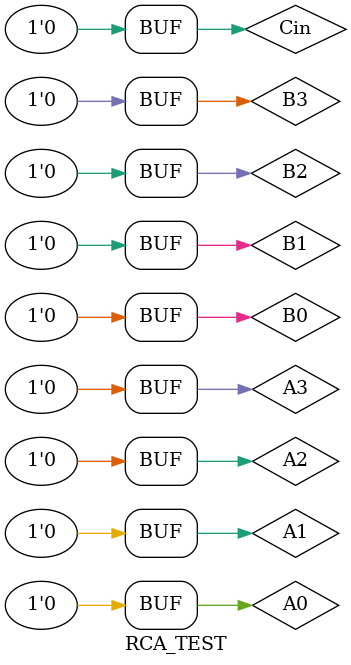
<source format=v>
`timescale 1ns / 1ps


module RCA_TEST;

	// Inputs
	reg A3;
	reg A2;
	reg A1;
	reg A0;
	reg B3;
	reg B2;
	reg B1;
	reg B0;
	reg Cin;

	// Outputs
	wire S3;
	wire S2;
	wire S1;
	wire S0;
	wire Cout;

	// Instantiate the Unit Under Test (UUT)
	RCA4 uut (
		.A3(A3), 
		.A2(A2), 
		.A1(A1), 
		.A0(A0), 
		.B3(B3), 
		.B2(B2), 
		.B1(B1), 
		.B0(B0), 
		.Cin(Cin), 
		.S3(S3), 
		.S2(S2), 
		.S1(S1), 
		.S0(S0), 
		.Cout(Cout)
	);

	initial begin
		// Initialize Inputs
		A3 = 0;
		A2 = 0;
		A1 = 0;
		A0 = 0;
		B3 = 0;
		B2 = 0;
		B1 = 0;
		B0 = 0;
		Cin = 0;

		// Wait 100 ns for global reset to finish
		#100;
		A3 = 1;
		A2 = 1;
		A1 = 1;
		A0 = 1;
		B3 = 1;
		B2 = 1;
		B1 = 1;
		B0 = 1;
		Cin = 0;

		// Wait 100 ns for global reset to finish
		#100;
		A3 = 0;
		A2 = 0;
		A1 = 0;
		A0 = 0;
		B3 = 0;
		B2 = 0;
		B1 = 0;
		B0 = 0;
		Cin = 0;

		// Wait 100 ns for global reset to finish
		#100;
        
		// Add stimulus here

	end
      
endmodule


</source>
